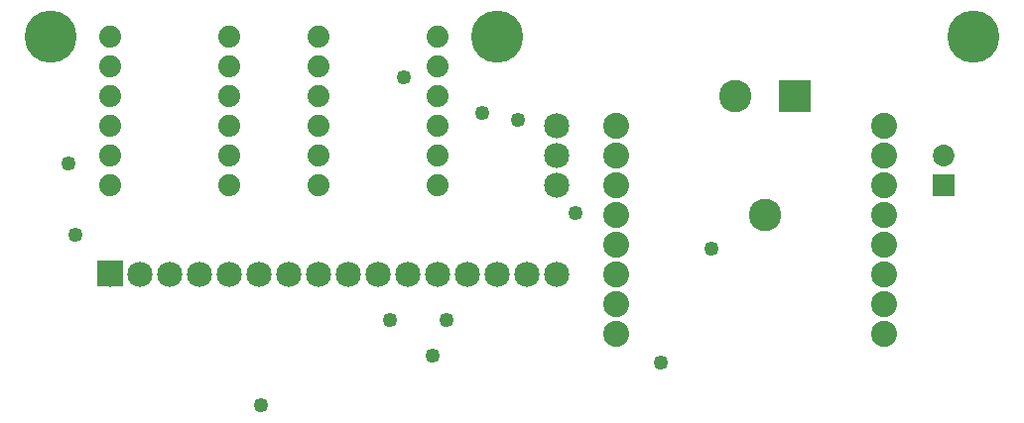
<source format=gbs>
G04 MADE WITH FRITZING*
G04 WWW.FRITZING.ORG*
G04 DOUBLE SIDED*
G04 HOLES PLATED*
G04 CONTOUR ON CENTER OF CONTOUR VECTOR*
%ASAXBY*%
%FSLAX23Y23*%
%MOIN*%
%OFA0B0*%
%SFA1.0B1.0*%
%ADD10C,0.087778*%
%ADD11C,0.085000*%
%ADD12C,0.074000*%
%ADD13C,0.072992*%
%ADD14C,0.109000*%
%ADD15C,0.175354*%
%ADD16C,0.049370*%
%ADD17R,0.085000X0.085000*%
%ADD18R,0.072992X0.072992*%
%ADD19R,0.109000X0.109000*%
%LNMASK0*%
G90*
G70*
G54D10*
X2044Y1133D03*
X2044Y1233D03*
X2044Y1333D03*
X2044Y1433D03*
X2044Y1533D03*
X2044Y1633D03*
X2044Y1733D03*
X2044Y1833D03*
X2944Y1833D03*
X2944Y1733D03*
X2944Y1633D03*
X2944Y1533D03*
X2944Y1433D03*
X2944Y1333D03*
X2944Y1233D03*
X2944Y1133D03*
X2044Y1133D03*
X2044Y1233D03*
X2044Y1333D03*
X2044Y1433D03*
X2044Y1533D03*
X2044Y1633D03*
X2044Y1733D03*
X2044Y1833D03*
X2944Y1833D03*
X2944Y1733D03*
X2944Y1633D03*
X2944Y1533D03*
X2944Y1433D03*
X2944Y1333D03*
X2944Y1233D03*
X2944Y1133D03*
G54D11*
X344Y1333D03*
X444Y1333D03*
X544Y1333D03*
X644Y1333D03*
X744Y1333D03*
X844Y1333D03*
X944Y1333D03*
X1044Y1333D03*
X1144Y1333D03*
X1244Y1333D03*
X1344Y1333D03*
X1444Y1333D03*
X1544Y1333D03*
X1644Y1333D03*
X1744Y1333D03*
X1844Y1333D03*
G54D12*
X344Y1733D03*
X344Y1833D03*
X344Y1933D03*
X344Y2033D03*
X344Y2133D03*
X744Y2133D03*
X744Y2033D03*
X744Y1933D03*
X744Y1833D03*
X744Y1733D03*
X744Y1633D03*
X344Y1633D03*
G54D13*
X3144Y1633D03*
X3144Y1732D03*
G54D14*
X2444Y1933D03*
X2644Y1933D03*
X2544Y1533D03*
G54D11*
X1844Y1833D03*
X1844Y1733D03*
X1844Y1633D03*
G54D12*
X1444Y2033D03*
X1444Y1933D03*
X1444Y1833D03*
X1444Y1733D03*
X1444Y1633D03*
X1044Y1633D03*
X1044Y1733D03*
X1044Y1833D03*
X1044Y1933D03*
X1044Y2033D03*
X1044Y2133D03*
X1444Y2133D03*
G54D15*
X144Y2133D03*
X1644Y2133D03*
X3244Y2133D03*
G54D16*
X1908Y1538D03*
X1332Y1994D03*
X2196Y1034D03*
X1716Y1850D03*
X852Y890D03*
X1476Y1178D03*
X1284Y1178D03*
X228Y1466D03*
X1428Y1058D03*
X204Y1706D03*
X1596Y1874D03*
X2364Y1418D03*
G54D17*
X344Y1334D03*
G54D18*
X3144Y1633D03*
G54D19*
X2644Y1933D03*
G04 End of Mask0*
M02*
</source>
